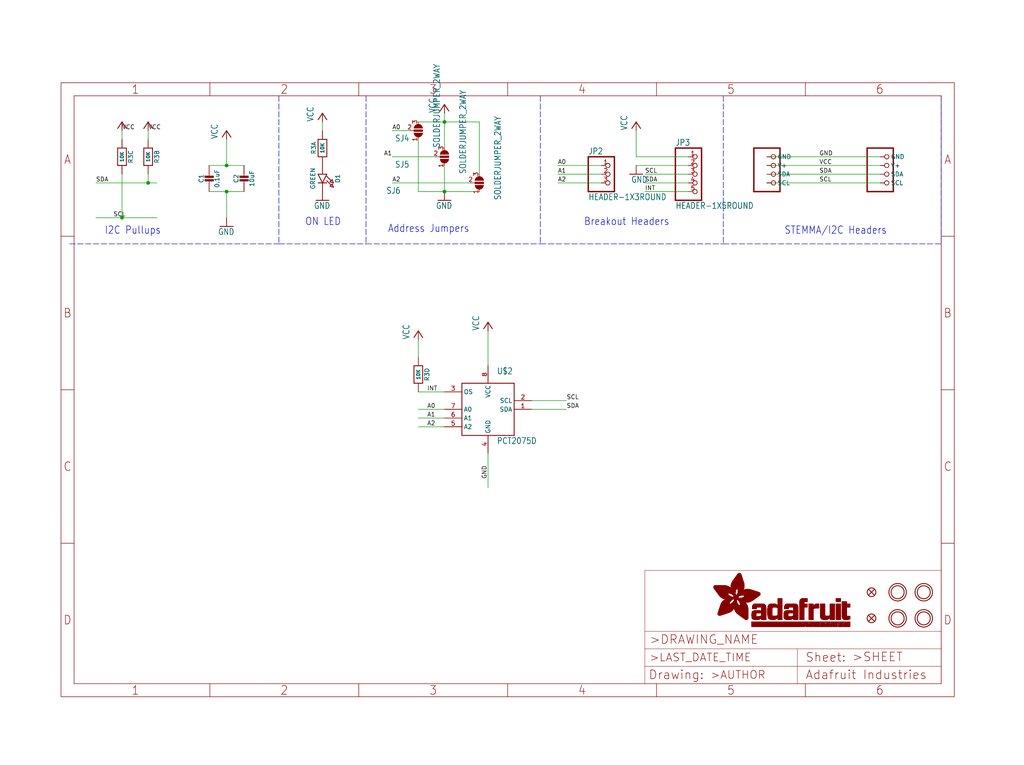
<source format=kicad_sch>
(kicad_sch (version 20211123) (generator eeschema)
  (paper "User" 298.45 223.063)
  (lib_symbols
    (symbol "schematicEagle-eagle-import:CAP_CERAMIC0603_NO"
      (property "Reference" "C" (at -2.29 1.25 90))
      (property "Value" "CAP_CERAMIC0603_NO" (at 2.3 1.25 90))
      (symbol "CAP_CERAMIC0603_NO_1_0"
        (pin passive line (at 0 5.08 270) (length 2.54) (name "1") (number "1"))
        (pin passive line (at 0 -2.54 90) (length 2.54) (name "2") (number "2"))
      )
    )
    (symbol "schematicEagle-eagle-import:CAP_CERAMIC0805-NOOUTLINE"
      (property "Reference" "C" (at -2.29 1.25 90))
      (property "Value" "CAP_CERAMIC0805-NOOUTLINE" (at 2.3 1.25 90))
      (symbol "CAP_CERAMIC0805-NOOUTLINE_1_0"
        (pin passive line (at 0 5.08 270) (length 2.54) (name "1") (number "1"))
        (pin passive line (at 0 -2.54 90) (length 2.54) (name "2") (number "2"))
      )
    )
    (symbol "schematicEagle-eagle-import:FIDUCIAL_1MM")
    (symbol "schematicEagle-eagle-import:FRAME_A4_ADAFRUIT"
      (symbol "FRAME_A4_ADAFRUIT_0_0"
        (text "1" (at 21.6958 1.905 0) (effects (font (size 2.54 2.286))))
        (text "1" (at 21.6958 177.165 0) (effects (font (size 2.54 2.286))))
        (text "2" (at 65.0875 1.905 0) (effects (font (size 2.54 2.286))))
        (text "2" (at 65.0875 177.165 0) (effects (font (size 2.54 2.286))))
        (text "3" (at 108.4792 1.905 0) (effects (font (size 2.54 2.286))))
        (text "3" (at 108.4792 177.165 0) (effects (font (size 2.54 2.286))))
        (text "4" (at 151.8708 1.905 0) (effects (font (size 2.54 2.286))))
        (text "4" (at 151.8708 177.165 0) (effects (font (size 2.54 2.286))))
        (text "5" (at 195.2625 1.905 0) (effects (font (size 2.54 2.286))))
        (text "5" (at 195.2625 177.165 0) (effects (font (size 2.54 2.286))))
        (text "6" (at 238.6542 1.905 0) (effects (font (size 2.54 2.286))))
        (text "6" (at 238.6542 177.165 0) (effects (font (size 2.54 2.286))))
        (text "A" (at 1.905 156.6863 0) (effects (font (size 2.54 2.286))))
        (text "A" (at 258.445 156.6863 0) (effects (font (size 2.54 2.286))))
        (text "B" (at 1.905 111.9188 0) (effects (font (size 2.54 2.286))))
        (text "B" (at 258.445 111.9188 0) (effects (font (size 2.54 2.286))))
        (text "C" (at 1.905 67.1513 0) (effects (font (size 2.54 2.286))))
        (text "C" (at 258.445 67.1513 0) (effects (font (size 2.54 2.286))))
        (text "D" (at 1.905 22.3838 0) (effects (font (size 2.54 2.286))))
        (text "D" (at 258.445 22.3838 0) (effects (font (size 2.54 2.286))))
      )
      (symbol "FRAME_A4_ADAFRUIT_1_0"
        (text ">AUTHOR" (at 189.23 5.08 0) (effects (font (size 2.286 2.286)) (justify left bottom)))
        (text ">DRAWING_NAME" (at 171.45 15.24 0) (effects (font (size 2.54 2.54)) (justify left bottom)))
        (text ">LAST_DATE_TIME" (at 171.45 10.16 0) (effects (font (size 2.286 2.286)) (justify left bottom)))
        (text ">SHEET" (at 230.505 10.16 0) (effects (font (size 2.54 2.54)) (justify left bottom)))
        (text "Adafruit Industries" (at 216.916 4.953 0) (effects (font (size 2.54 2.54)) (justify left bottom)))
        (text "Drawing:" (at 171.196 4.953 0) (effects (font (size 2.54 2.54)) (justify left bottom)))
        (text "Sheet:" (at 216.916 10.033 0) (effects (font (size 2.54 2.54)) (justify left bottom)))
      )
    )
    (symbol "schematicEagle-eagle-import:GND" (power)
      (property "Value" "GND" (at -2.54 -2.54 0))
      (symbol "GND_1_0"
        (pin power_in line (at 0 2.54 270) (length 2.54) (name "GND") (number "1"))
      )
    )
    (symbol "schematicEagle-eagle-import:HEADER-1X3ROUND"
      (property "Reference" "JP" (at -6.35 5.715 0))
      (property "Value" "HEADER-1X3ROUND" (at -6.35 -7.62 0))
      (symbol "HEADER-1X3ROUND_1_0"
        (pin passive inverted (at -2.54 2.54 0) (length 2.54) (name "1") (number "1"))
        (pin passive inverted (at -2.54 0 0) (length 2.54) (name "2") (number "2"))
        (pin passive inverted (at -2.54 -2.54 0) (length 2.54) (name "3") (number "3"))
      )
    )
    (symbol "schematicEagle-eagle-import:HEADER-1X5ROUND"
      (property "Reference" "JP" (at -6.35 8.255 0))
      (property "Value" "HEADER-1X5ROUND" (at -6.35 -10.16 0))
      (symbol "HEADER-1X5ROUND_1_0"
        (pin passive inverted (at -2.54 5.08 0) (length 2.54) (name "1") (number "1"))
        (pin passive inverted (at -2.54 2.54 0) (length 2.54) (name "2") (number "2"))
        (pin passive inverted (at -2.54 0 0) (length 2.54) (name "3") (number "3"))
        (pin passive inverted (at -2.54 -2.54 0) (length 2.54) (name "4") (number "4"))
        (pin passive inverted (at -2.54 -5.08 0) (length 2.54) (name "5") (number "5"))
      )
    )
    (symbol "schematicEagle-eagle-import:LED0603_NOOUTLINE"
      (property "Reference" "D" (at -1.27 4.445 0))
      (property "Value" "LED0603_NOOUTLINE" (at -1.27 -2.794 0))
      (symbol "LED0603_NOOUTLINE_1_0"
        (pin passive line (at -5.08 0 0) (length 2.54) (name "A") (number "A"))
        (pin passive line (at 2.54 0 180) (length 2.54) (name "C") (number "C"))
      )
    )
    (symbol "schematicEagle-eagle-import:MOUNTINGHOLE2.5")
    (symbol "schematicEagle-eagle-import:PCT2075D"
      (property "Value" "PCT2075D" (at -10.16 -10.16 0))
      (symbol "PCT2075D_1_0"
        (pin bidirectional line (at 12.7 0 180) (length 5.08) (name "SDA") (number "1"))
        (pin bidirectional line (at 12.7 2.54 180) (length 5.08) (name "SCL") (number "2"))
        (pin output line (at -12.7 5.08 0) (length 5.08) (name "OS") (number "3"))
        (pin power_in line (at 0 -12.7 90) (length 5.08) (name "GND") (number "4"))
        (pin input line (at -12.7 -5.08 0) (length 5.08) (name "A2") (number "5"))
        (pin input line (at -12.7 -2.54 0) (length 5.08) (name "A1") (number "6"))
        (pin input line (at -12.7 0 0) (length 5.08) (name "A0") (number "7"))
        (pin power_in line (at 0 12.7 270) (length 5.08) (name "VCC") (number "8"))
      )
    )
    (symbol "schematicEagle-eagle-import:RESISTOR_4PACK"
      (property "Reference" "R" (at 0 2.54 0))
      (property "Value" "RESISTOR_4PACK" (at 0 0 0))
      (symbol "RESISTOR_4PACK_1_0"
        (pin passive line (at -5.08 0 0) (length 2.54) (name "1") (number "1"))
        (pin passive line (at 5.08 0 180) (length 2.54) (name "2") (number "8"))
      )
      (symbol "RESISTOR_4PACK_2_0"
        (pin passive line (at -5.08 0 0) (length 2.54) (name "1") (number "2"))
        (pin passive line (at 5.08 0 180) (length 2.54) (name "2") (number "7"))
      )
      (symbol "RESISTOR_4PACK_3_0"
        (pin passive line (at -5.08 0 0) (length 2.54) (name "1") (number "3"))
        (pin passive line (at 5.08 0 180) (length 2.54) (name "2") (number "6"))
      )
      (symbol "RESISTOR_4PACK_4_0"
        (pin passive line (at -5.08 0 0) (length 2.54) (name "1") (number "4"))
        (pin passive line (at 5.08 0 180) (length 2.54) (name "2") (number "5"))
      )
    )
    (symbol "schematicEagle-eagle-import:SOLDERJUMPER_2WAY"
      (property "Reference" "SJ" (at -5.08 -3.81 0))
      (property "Value" "SOLDERJUMPER_2WAY" (at -5.08 -6.35 0))
      (symbol "SOLDERJUMPER_2WAY_1_0"
        (pin passive line (at -2.54 0 0) (length 0) (name "1") (number "1"))
        (pin passive line (at 0 2.54 270) (length 0) (name "2") (number "2"))
        (pin passive line (at 2.54 0 180) (length 0) (name "3") (number "3"))
      )
    )
    (symbol "schematicEagle-eagle-import:STEMMA_I2C_QT"
      (symbol "STEMMA_I2C_QT_1_0"
        (pin passive inverted (at 0 5.08 0) (length 2.54) (name "GND") (number "1"))
        (pin passive inverted (at 0 2.54 0) (length 2.54) (name "V+") (number "2"))
        (pin passive inverted (at 0 0 0) (length 2.54) (name "SDA") (number "3"))
        (pin passive inverted (at 0 -2.54 0) (length 2.54) (name "SCL") (number "4"))
      )
      (symbol "STEMMA_I2C_QT_2_0"
        (pin bidirectional line (at 0 0 0) (length 5.08) (name "MT") (number "MT1"))
      )
      (symbol "STEMMA_I2C_QT_3_0"
        (pin bidirectional line (at 0 0 0) (length 5.08) (name "MT") (number "MT2"))
      )
    )
    (symbol "schematicEagle-eagle-import:VCC" (power)
      (property "Value" "VCC" (at -2.54 -2.54 90))
      (symbol "VCC_1_0"
        (pin power_in line (at 0 -2.54 90) (length 2.54) (name "VCC") (number "1"))
      )
    )
  )
  (junction (at 129.54 55.88))
  (junction (at 43.18 53.34))
  (junction (at 129.54 35.56))
  (junction (at 35.56 63.5))
  (junction (at 66.04 55.88))
  (junction (at 66.04 48.26))
  (wire (pts (xy 129.54 121.92) (xy 121.92 121.92)))
  (wire (pts (xy 154.94 116.84) (xy 165.1 116.84)))
  (wire (pts (xy 129.54 35.56) (xy 121.92 35.56)))
  (wire (pts (xy 129.54 43.18) (xy 129.54 35.56)))
  (wire (pts (xy 154.94 119.38) (xy 165.1 119.38)))
  (wire (pts (xy 60.96 55.88) (xy 66.04 55.88)))
  (polyline (pts (xy 106.68 27.94) (xy 106.68 71.12)))
  (wire (pts (xy 137.16 53.34) (xy 114.3 53.34)))
  (wire (pts (xy 66.04 48.26) (xy 71.12 48.26)))
  (wire (pts (xy 43.18 50.8) (xy 43.18 53.34)))
  (wire (pts (xy 129.54 48.26) (xy 129.54 55.88)))
  (polyline (pts (xy 210.82 27.94) (xy 210.82 71.12)))
  (wire (pts (xy 223.52 48.26) (xy 256.54 48.26)))
  (wire (pts (xy 66.04 55.88) (xy 71.12 55.88)))
  (wire (pts (xy 175.26 48.26) (xy 162.56 48.26)))
  (wire (pts (xy 142.24 106.68) (xy 142.24 96.52)))
  (wire (pts (xy 200.66 55.88) (xy 187.96 55.88)))
  (wire (pts (xy 129.54 119.38) (xy 121.92 119.38)))
  (polyline (pts (xy 81.28 71.12) (xy 106.68 71.12)))
  (polyline (pts (xy 274.32 27.94) (xy 274.32 71.12)))
  (polyline (pts (xy 20.32 71.12) (xy 81.28 71.12)))
  (wire (pts (xy 256.54 50.8) (xy 223.52 50.8)))
  (polyline (pts (xy 81.28 27.94) (xy 81.28 71.12)))
  (wire (pts (xy 129.54 35.56) (xy 129.54 33.02)))
  (wire (pts (xy 121.92 40.64) (xy 121.92 55.88)))
  (wire (pts (xy 43.18 40.64) (xy 43.18 38.1)))
  (wire (pts (xy 35.56 50.8) (xy 35.56 63.5)))
  (wire (pts (xy 66.04 55.88) (xy 66.04 63.5)))
  (wire (pts (xy 43.18 53.34) (xy 27.94 53.34)))
  (wire (pts (xy 200.66 50.8) (xy 187.96 50.8)))
  (wire (pts (xy 45.72 63.5) (xy 35.56 63.5)))
  (wire (pts (xy 200.66 45.72) (xy 185.42 45.72)))
  (wire (pts (xy 185.42 45.72) (xy 185.42 38.1)))
  (polyline (pts (xy 157.48 27.94) (xy 157.48 71.12)))
  (wire (pts (xy 60.96 48.26) (xy 66.04 48.26)))
  (wire (pts (xy 129.54 124.46) (xy 121.92 124.46)))
  (wire (pts (xy 121.92 55.88) (xy 129.54 55.88)))
  (wire (pts (xy 45.72 53.34) (xy 43.18 53.34)))
  (wire (pts (xy 119.38 38.1) (xy 114.3 38.1)))
  (wire (pts (xy 223.52 53.34) (xy 256.54 53.34)))
  (wire (pts (xy 127 45.72) (xy 114.3 45.72)))
  (wire (pts (xy 121.92 99.06) (xy 121.92 104.14)))
  (wire (pts (xy 142.24 132.08) (xy 142.24 142.24)))
  (wire (pts (xy 139.7 35.56) (xy 139.7 50.8)))
  (wire (pts (xy 35.56 38.1) (xy 35.56 40.64)))
  (wire (pts (xy 256.54 45.72) (xy 223.52 45.72)))
  (wire (pts (xy 93.98 38.1) (xy 93.98 35.56)))
  (wire (pts (xy 200.66 48.26) (xy 185.42 48.26)))
  (wire (pts (xy 175.26 50.8) (xy 162.56 50.8)))
  (wire (pts (xy 66.04 48.26) (xy 66.04 40.64)))
  (wire (pts (xy 129.54 35.56) (xy 139.7 35.56)))
  (polyline (pts (xy 210.82 71.12) (xy 274.32 71.12)))
  (polyline (pts (xy 106.68 71.12) (xy 157.48 71.12)))
  (wire (pts (xy 139.7 55.88) (xy 129.54 55.88)))
  (wire (pts (xy 129.54 114.3) (xy 121.92 114.3)))
  (wire (pts (xy 35.56 63.5) (xy 27.94 63.5)))
  (wire (pts (xy 200.66 53.34) (xy 187.96 53.34)))
  (polyline (pts (xy 157.48 71.12) (xy 210.82 71.12)))
  (wire (pts (xy 175.26 53.34) (xy 162.56 53.34)))
  (text "STEMMA/I2C Headers" (at 228.6 68.58 180) (effects (font (size 2.1844 1.8567)) (justify left bottom)))
  (text "Address Jumpers" (at 113.03 68.072 180) (effects (font (size 2.1844 1.8567)) (justify left bottom)))
  (text "I2C Pullups" (at 30.48 68.58 180) (effects (font (size 2.1844 1.8567)) (justify left bottom)))
  (text "ON LED" (at 88.9 66.04 180) (effects (font (size 2.1844 1.8567)) (justify left bottom)))
  (text "Breakout Headers" (at 170.18 66.04 180) (effects (font (size 2.1844 1.8567)) (justify left bottom)))
  (label "A0" (at 162.56 48.26 0) (effects (font (size 1.2446 1.2446))))
  (label "A2" (at 114.3 53.34 0) (effects (font (size 1.2446 1.2446))))
  (label "INT" (at 124.46 114.3 0) (effects (font (size 1.2446 1.2446))))
  (label "A0" (at 124.46 119.38 0) (effects (font (size 1.2446 1.2446))))
  (label "A1" (at 114.3 45.72 180) (effects (font (size 1.2446 1.2446))))
  (label "SDA" (at 165.1 119.38 0) (effects (font (size 1.2446 1.2446))))
  (label "VCC" (at 238.76 48.26 0) (effects (font (size 1.2446 1.2446))))
  (label "GND" (at 238.76 45.72 0) (effects (font (size 1.2446 1.2446))))
  (label "A0" (at 114.3 38.1 0) (effects (font (size 1.2446 1.2446))))
  (label "SDA" (at 238.76 50.8 0) (effects (font (size 1.2446 1.2446))))
  (label "VCC" (at 43.18 38.1 0) (effects (font (size 1.2446 1.2446))))
  (label "A2" (at 124.46 124.46 0) (effects (font (size 1.2446 1.2446))))
  (label "GND" (at 142.24 139.7 90) (effects (font (size 1.2446 1.2446))))
  (label "SDA" (at 27.94 53.34 0) (effects (font (size 1.2446 1.2446))))
  (label "SCL" (at 165.1 116.84 0) (effects (font (size 1.2446 1.2446))))
  (label "INT" (at 187.96 55.88 0) (effects (font (size 1.2446 1.2446))))
  (label "VCC" (at 35.56 38.1 0) (effects (font (size 1.2446 1.2446))))
  (label "A2" (at 162.56 53.34 0) (effects (font (size 1.2446 1.2446))))
  (label "SDA" (at 187.96 53.34 0) (effects (font (size 1.2446 1.2446))))
  (label "SCL" (at 33.02 63.5 0) (effects (font (size 1.2446 1.2446))))
  (label "SCL" (at 187.96 50.8 0) (effects (font (size 1.2446 1.2446))))
  (label "SCL" (at 238.76 53.34 0) (effects (font (size 1.2446 1.2446))))
  (label "A1" (at 124.46 121.92 0) (effects (font (size 1.2446 1.2446))))
  (label "A1" (at 162.56 50.8 0) (effects (font (size 1.2446 1.2446))))
  (symbol (lib_id "schematicEagle-eagle-import:RESISTOR_4PACK") (at 35.56 45.72 270) (unit 3)
    (property "Reference" "R3" (at 38.1 45.72 0))
    (property "Value" "10K" (at 35.56 45.72 0) (effects (font (size 1.016 1.016) bold)))
    (property "Footprint" "schematicEagle:RESPACK_4X0603" (effects hide))
  )
  (symbol (lib_id "schematicEagle-eagle-import:VCC") (at 43.18 35.56 0) (unit 1)
    (property "Reference" "#P+2" (effects hide))
    (property "Value" "VCC" (effects hide))
    (property "Footprint" "schematicEagle:" (effects hide))
  )
  (symbol (lib_id "schematicEagle-eagle-import:GND") (at 129.54 58.42 0) (unit 1)
    (property "Reference" "#GND2" (effects hide))
    (property "Value" "GND" (at 127 60.96 0) (effects (font (size 1.778 1.5113)) (justify left bottom)))
    (property "Footprint" "schematicEagle:" (effects hide))
  )
  (symbol (lib_id "schematicEagle-eagle-import:STEMMA_I2C_QT") (at 256.54 50.8 0) (unit 1)
    (property "Reference" "CONN4" (effects hide))
    (property "Value" "STEMMA_I2C_QT" (effects hide))
    (property "Footprint" "schematicEagle:JST_SH4" (effects hide))
  )
  (symbol (lib_id "schematicEagle-eagle-import:LED0603_NOOUTLINE") (at 93.98 53.34 270) (unit 1)
    (property "Reference" "D1" (at 98.425 52.07 0))
    (property "Value" "GREEN" (at 91.186 52.07 0))
    (property "Footprint" "schematicEagle:CHIPLED_0603_NOOUTLINE" (effects hide))
  )
  (symbol (lib_id "schematicEagle-eagle-import:CAP_CERAMIC0603_NO") (at 60.96 53.34 0) (unit 1)
    (property "Reference" "C1" (at 58.67 52.09 90))
    (property "Value" "0.1uF" (at 63.26 52.09 90))
    (property "Footprint" "schematicEagle:0603-NO" (effects hide))
  )
  (symbol (lib_id "schematicEagle-eagle-import:MOUNTINGHOLE2.5") (at 269.24 172.72 0) (unit 1)
    (property "Reference" "U$19" (effects hide))
    (property "Value" "MOUNTINGHOLE2.5" (effects hide))
    (property "Footprint" "schematicEagle:MOUNTINGHOLE_2.5_PLATED" (effects hide))
  )
  (symbol (lib_id "schematicEagle-eagle-import:VCC") (at 185.42 35.56 0) (unit 1)
    (property "Reference" "#P+8" (effects hide))
    (property "Value" "VCC" (at 182.88 38.1 90) (effects (font (size 1.778 1.5113)) (justify left bottom)))
    (property "Footprint" "schematicEagle:" (effects hide))
  )
  (symbol (lib_id "schematicEagle-eagle-import:PCT2075D") (at 142.24 119.38 0) (unit 1)
    (property "Reference" "U$2" (at 144.78 109.22 0) (effects (font (size 1.778 1.5113)) (justify left bottom)))
    (property "Value" "PCT2075D" (at 144.78 129.54 0) (effects (font (size 1.778 1.5113)) (justify left bottom)))
    (property "Footprint" "schematicEagle:SOIC8_150MIL" (effects hide))
  )
  (symbol (lib_id "schematicEagle-eagle-import:STEMMA_I2C_QT") (at 223.52 50.8 0) (unit 1)
    (property "Reference" "CONN3" (effects hide))
    (property "Value" "STEMMA_I2C_QT" (effects hide))
    (property "Footprint" "schematicEagle:JST_SH4" (effects hide))
  )
  (symbol (lib_id "schematicEagle-eagle-import:SOLDERJUMPER_2WAY") (at 139.7 53.34 90) (unit 1)
    (property "Reference" "SJ6" (at 116.84 54.61 90) (effects (font (size 1.778 1.5113)) (justify left bottom)))
    (property "Value" "SOLDERJUMPER_2WAY" (at 146.05 58.42 0) (effects (font (size 1.778 1.5113)) (justify left bottom)))
    (property "Footprint" "schematicEagle:SOLDERJUMPER_2WAY_OPEN_NOPASTE" (effects hide))
  )
  (symbol (lib_id "schematicEagle-eagle-import:MOUNTINGHOLE2.5") (at 261.62 180.34 0) (unit 1)
    (property "Reference" "U$1" (effects hide))
    (property "Value" "MOUNTINGHOLE2.5" (effects hide))
    (property "Footprint" "schematicEagle:MOUNTINGHOLE_2.5_PLATED" (effects hide))
  )
  (symbol (lib_id "schematicEagle-eagle-import:VCC") (at 35.56 35.56 0) (unit 1)
    (property "Reference" "#P+1" (effects hide))
    (property "Value" "VCC" (effects hide))
    (property "Footprint" "schematicEagle:" (effects hide))
  )
  (symbol (lib_id "schematicEagle-eagle-import:MOUNTINGHOLE2.5") (at 269.24 180.34 0) (unit 1)
    (property "Reference" "U$21" (effects hide))
    (property "Value" "MOUNTINGHOLE2.5" (effects hide))
    (property "Footprint" "schematicEagle:MOUNTINGHOLE_2.5_PLATED" (effects hide))
  )
  (symbol (lib_id "schematicEagle-eagle-import:VCC") (at 121.92 96.52 0) (unit 1)
    (property "Reference" "#P+6" (effects hide))
    (property "Value" "VCC" (at 119.38 99.06 90) (effects (font (size 1.778 1.5113)) (justify left bottom)))
    (property "Footprint" "schematicEagle:" (effects hide))
  )
  (symbol (lib_id "schematicEagle-eagle-import:VCC") (at 93.98 33.02 0) (unit 1)
    (property "Reference" "#P+3" (effects hide))
    (property "Value" "VCC" (at 91.44 35.56 90) (effects (font (size 1.778 1.5113)) (justify left bottom)))
    (property "Footprint" "schematicEagle:" (effects hide))
  )
  (symbol (lib_id "schematicEagle-eagle-import:HEADER-1X3ROUND") (at 177.8 50.8 0) (unit 1)
    (property "Reference" "JP2" (at 171.45 45.085 0) (effects (font (size 1.778 1.5113)) (justify left bottom)))
    (property "Value" "HEADER-1X3ROUND" (at 171.45 58.42 0) (effects (font (size 1.778 1.5113)) (justify left bottom)))
    (property "Footprint" "schematicEagle:1X03_ROUND" (effects hide))
  )
  (symbol (lib_id "schematicEagle-eagle-import:SOLDERJUMPER_2WAY") (at 121.92 38.1 90) (unit 1)
    (property "Reference" "SJ4" (at 119.38 39.37 90) (effects (font (size 1.778 1.5113)) (justify left bottom)))
    (property "Value" "SOLDERJUMPER_2WAY" (at 128.27 43.18 0) (effects (font (size 1.778 1.5113)) (justify left bottom)))
    (property "Footprint" "schematicEagle:SOLDERJUMPER_2WAY_OPEN_NOPASTE" (effects hide))
  )
  (symbol (lib_id "schematicEagle-eagle-import:RESISTOR_4PACK") (at 93.98 43.18 90) (unit 1)
    (property "Reference" "R3" (at 91.44 43.18 0))
    (property "Value" "10K" (at 93.98 43.18 0) (effects (font (size 1.016 1.016) bold)))
    (property "Footprint" "schematicEagle:RESPACK_4X0603" (effects hide))
  )
  (symbol (lib_id "schematicEagle-eagle-import:FIDUCIAL_1MM") (at 254 172.72 0) (unit 1)
    (property "Reference" "FID4" (effects hide))
    (property "Value" "FIDUCIAL_1MM" (effects hide))
    (property "Footprint" "schematicEagle:FIDUCIAL_1MM" (effects hide))
  )
  (symbol (lib_id "schematicEagle-eagle-import:RESISTOR_4PACK") (at 43.18 45.72 270) (unit 2)
    (property "Reference" "R3" (at 45.72 45.72 0))
    (property "Value" "10K" (at 43.18 45.72 0) (effects (font (size 1.016 1.016) bold)))
    (property "Footprint" "schematicEagle:RESPACK_4X0603" (effects hide))
  )
  (symbol (lib_id "schematicEagle-eagle-import:GND") (at 66.04 66.04 0) (unit 1)
    (property "Reference" "#GND1" (effects hide))
    (property "Value" "GND" (at 63.5 68.58 0) (effects (font (size 1.778 1.5113)) (justify left bottom)))
    (property "Footprint" "schematicEagle:" (effects hide))
  )
  (symbol (lib_id "schematicEagle-eagle-import:VCC") (at 66.04 38.1 0) (unit 1)
    (property "Reference" "#P+7" (effects hide))
    (property "Value" "VCC" (at 63.5 40.64 90) (effects (font (size 1.778 1.5113)) (justify left bottom)))
    (property "Footprint" "schematicEagle:" (effects hide))
  )
  (symbol (lib_id "schematicEagle-eagle-import:FRAME_A4_ADAFRUIT") (at 17.78 203.2 0) (unit 1)
    (property "Reference" "#U$18" (effects hide))
    (property "Value" "FRAME_A4_ADAFRUIT" (effects hide))
    (property "Footprint" "schematicEagle:" (effects hide))
  )
  (symbol (lib_id "schematicEagle-eagle-import:VCC") (at 142.24 93.98 0) (unit 1)
    (property "Reference" "#P+5" (effects hide))
    (property "Value" "VCC" (at 139.7 96.52 90) (effects (font (size 1.778 1.5113)) (justify left bottom)))
    (property "Footprint" "schematicEagle:" (effects hide))
  )
  (symbol (lib_id "schematicEagle-eagle-import:GND") (at 185.42 50.8 0) (unit 1)
    (property "Reference" "#U$10" (effects hide))
    (property "Value" "GND" (at 183.896 53.34 0) (effects (font (size 1.778 1.5113)) (justify left bottom)))
    (property "Footprint" "schematicEagle:" (effects hide))
  )
  (symbol (lib_id "schematicEagle-eagle-import:FIDUCIAL_1MM") (at 254 180.34 0) (unit 1)
    (property "Reference" "FID3" (effects hide))
    (property "Value" "FIDUCIAL_1MM" (effects hide))
    (property "Footprint" "schematicEagle:FIDUCIAL_1MM" (effects hide))
  )
  (symbol (lib_id "schematicEagle-eagle-import:SOLDERJUMPER_2WAY") (at 129.54 45.72 90) (unit 1)
    (property "Reference" "SJ5" (at 119.38 46.99 90) (effects (font (size 1.778 1.5113)) (justify left bottom)))
    (property "Value" "SOLDERJUMPER_2WAY" (at 135.89 50.8 0) (effects (font (size 1.778 1.5113)) (justify left bottom)))
    (property "Footprint" "schematicEagle:SOLDERJUMPER_2WAY_OPEN_NOPASTE" (effects hide))
  )
  (symbol (lib_id "schematicEagle-eagle-import:VCC") (at 129.54 30.48 0) (unit 1)
    (property "Reference" "#P+4" (effects hide))
    (property "Value" "VCC" (at 127 33.02 90) (effects (font (size 1.778 1.5113)) (justify left bottom)))
    (property "Footprint" "schematicEagle:" (effects hide))
  )
  (symbol (lib_id "schematicEagle-eagle-import:HEADER-1X5ROUND") (at 203.2 50.8 0) (unit 1)
    (property "Reference" "JP3" (at 196.85 42.545 0) (effects (font (size 1.778 1.5113)) (justify left bottom)))
    (property "Value" "HEADER-1X5ROUND" (at 196.85 60.96 0) (effects (font (size 1.778 1.5113)) (justify left bottom)))
    (property "Footprint" "schematicEagle:1X05_ROUND" (effects hide))
  )
  (symbol (lib_id "schematicEagle-eagle-import:MOUNTINGHOLE2.5") (at 261.62 172.72 0) (unit 1)
    (property "Reference" "U$17" (effects hide))
    (property "Value" "MOUNTINGHOLE2.5" (effects hide))
    (property "Footprint" "schematicEagle:MOUNTINGHOLE_2.5_PLATED" (effects hide))
  )
  (symbol (lib_id "schematicEagle-eagle-import:CAP_CERAMIC0805-NOOUTLINE") (at 71.12 53.34 0) (unit 1)
    (property "Reference" "C2" (at 68.83 52.09 90))
    (property "Value" "10uF" (at 73.42 52.09 90))
    (property "Footprint" "schematicEagle:0805-NO" (effects hide))
  )
  (symbol (lib_id "schematicEagle-eagle-import:RESISTOR_4PACK") (at 121.92 109.22 270) (unit 4)
    (property "Reference" "R3" (at 124.46 109.22 0))
    (property "Value" "10K" (at 121.92 109.22 0) (effects (font (size 1.016 1.016) bold)))
    (property "Footprint" "schematicEagle:RESPACK_4X0603" (effects hide))
  )
  (symbol (lib_id "schematicEagle-eagle-import:GND") (at 93.98 58.42 0) (unit 1)
    (property "Reference" "#GND6" (effects hide))
    (property "Value" "GND" (at 91.44 60.96 0) (effects (font (size 1.778 1.5113)) (justify left bottom)))
    (property "Footprint" "schematicEagle:" (effects hide))
  )
)
</source>
